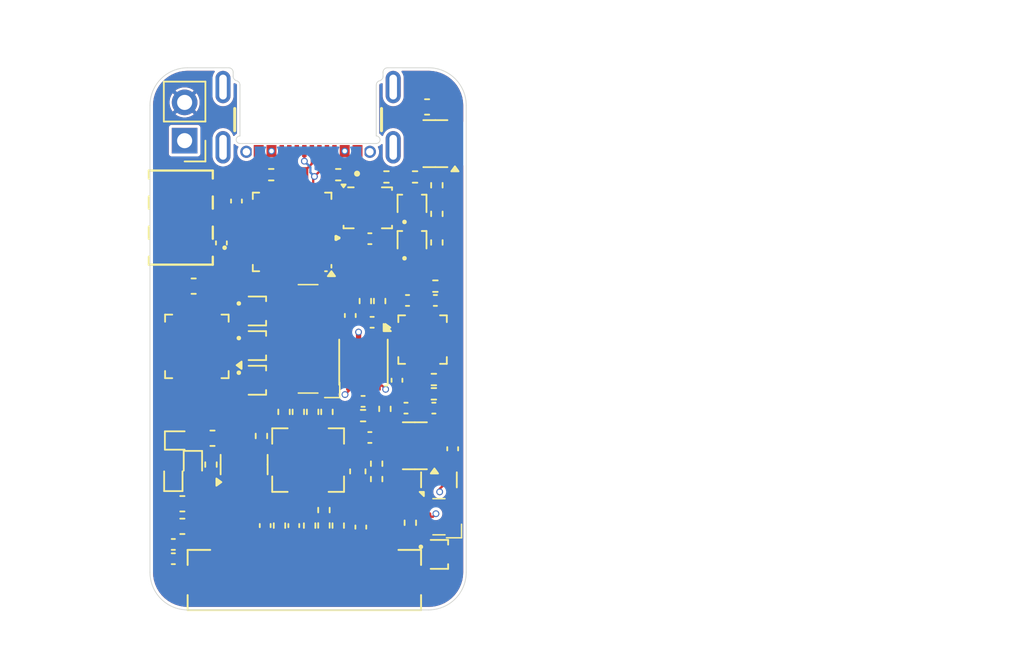
<source format=kicad_pcb>
(kicad_pcb (version 20241229) (generator "pcbnew") (generator_version "9.0")
  (layers (0 "F.Cu" signal) (4 "In1.Cu" signal) (6 "In2.Cu" signal) (8 "In3.Cu" signal) (10 "In4.Cu" signal) (2 "B.Cu" signal) (13 "F.Paste" user) (15 "B.Paste" user) (5 "F.SilkS" user "F.Silkscreen") (7 "B.SilkS" user "B.Silkscreen") (1 "F.Mask" user) (3 "B.Mask" user) (25 "Edge.Cuts" user))
  (net 0 "")
  (net 1 "GND")
  (net 2 "Net-(C1-Pad1)")
  (net 3 "Net-(D2-K)")
  (net 4 "Net-(D1-A)")
  (net 5 "/VGH")
  (net 6 "Net-(C9-Pad1)")
  (net 7 "Net-(C10-Pad2)")
  (net 8 "/VGL")
  (net 9 "Net-(C12-Pad2)")
  (net 10 "Net-(C13-Pad2)")
  (net 11 "Net-(C16-Pad1)")
  (net 12 "+BATT")
  (net 13 "VBUS")
  (net 15 "+2V7")
  (net 16 "Net-(U2-ANT)")
  (net 17 "Net-(U5-FEED)")
  (net 18 "Net-(C15-Pad2)")
  (net 19 "Net-(D4-PD1_C)")
  (net 20 "/BB_trans_out")
  (net 23 "/trans_bias")
  (net 24 "/IR_cut_trans_out")
  (net 25 "Net-(D4-PD2_C)")
  (net 26 "/GDR")
  (net 27 "/RESE")
  (net 28 "Net-(C20-Pad2)")
  (net 29 "+1V8")
  (net 30 "Net-(D4-IRLED_C)")
  (net 31 "Net-(D4-GLED1_C)")
  (net 32 "Net-(D4-GLED1_A)")
  (net 33 "Net-(D4-RLED_C)")
  (net 34 "Net-(D4-GLED2_A)")
  (net 35 "Net-(D4-RLED_A)")
  (net 36 "Net-(D4-IRLED_A)")
  (net 37 "/USB_D-")
  (net 41 "/USB_D+")
  (net 43 "Net-(J1-CC1)")
  (net 50 "Net-(J1-CC2)")
  (net 56 "Net-(Q1-D)")
  (net 57 "/bat_mon_en")
  (net 64 "Net-(Q3-S)")
  (net 67 "/GLED_en")
  (net 68 "/RLED_en")
  (net 70 "/IRLED_en")
  (net 79 "/enc_LED_en")
  (net 80 "Net-(Q7-D)")
  (net 81 "/bat_mon")
  (net 82 "Net-(U3-PROG)")
  (net 83 "Net-(U8-LED_A)")
  (net 84 "Net-(DIS1-PadVCI)")
  (net 85 "Net-(DIS1-PadVDDIO)")
  (net 86 "Net-(U10-*IRQ{slash}MDAT)")
  (net 87 "/CS2")
  (net 88 "/CTX")
  (net 89 "/IMU_int1")
  (net 90 "/PTX")
  (net 91 "/CLK")
  (net 92 "/IMU_int2")
  (net 93 "Net-(U2-XL1{slash}P0.00)")
  (net 95 "/charge_stat")
  (net 97 "/2V7_en")
  (net 98 "Net-(U7-A2)")
  (net 99 "Net-(U7-A1)")
  (net 100 "/enc_A")
  (net 101 "/enc_en")
  (net 102 "/enc_B")
  (net 121 "/CS4")
  (net 128 "/CS3")
  (net 132 "/BUSY")
  (net 134 "/RES")
  (net 135 "/D{slash}C")
  (net 137 "/CS1")
  (footprint "Capacitor_SMD:C_0402_1005Metric" (layer "F.Cu") (at 53.5 60.5 90)
    (property "Reference" "C16" (hide yes))
    (property "Value" "1u")
  )
  (footprint "Capacitor_SMD:C_0402_1005Metric" (layer "F.Cu") (at 58.35 52.6)
    (property "Reference" "C18" (hide yes))
    (property "Value" "C")
  )
  (footprint "Capacitor_SMD:C_0402_1005Metric" (layer "F.Cu") (at 41.05 62.6)
    (property "Reference" "C10" (hide yes))
    (property "Value" "1u")
  )
  (footprint "Capacitor_SMD:C_0603_1608Metric" (layer "F.Cu") (at 41.65 58.95 180)
    (property "Reference" "C3" (hide yes))
    (property "Value" "1u")
  )
  (footprint "Resistor_SMD:R_0402_1005Metric" (layer "F.Cu") (at 54.55 56.29 -90)
    (property "Reference" "R29" (hide yes))
    (property "Value" "0")
  )
  (footprint "Resistor_SMD:R_0402_1005Metric" (layer "F.Cu") (at 50.3 52.85 90)
    (property "Reference" "R10" (hide yes))
    (property "Value" "R")
  )
  (footprint "Resistor_SMD:R_0402_1005Metric" (layer "F.Cu") (at 58.35 51.65)
    (property "Reference" "R17" (hide yes))
    (property "Value" "R")
  )
  (footprint "Resistor_SMD:R_0402_1005Metric" (layer "F.Cu") (at 48.1 60.4 -90)
    (property "Reference" "R21" (hide yes))
    (property "Value" "0")
  )
  (footprint "Capacitor_SMD:C_0402_1005Metric" (layer "F.Cu") (at 55.9 50.75 90)
    (property "Reference" "C21" (hide yes))
    (property "Value" "C")
  )
  (footprint "Package_TO_SOT_SMD:SOT-416" (layer "F.Cu") (at 46.7 50.75)
    (property "Reference" "Q4" (hide yes))
    (property "Value" "RE1C002UN")
  )
  (footprint "Capacitor_SMD:C_0402_1005Metric" (layer "F.Cu") (at 53.65 52.15)
    (property "Reference" "C15" (hide yes))
    (property "Value" "C")
  )
  (footprint "Package_LGA:LGA-14_3x2.5mm_P0.5mm_LayoutBorder3x4y" (layer "F.Cu") (at 53.9625 39.3)
    (property "Reference" "U1" (hide yes))
    (property "Value" "LSM6DSM")
  )
  (footprint "Capacitor_SMD:C_0402_1005Metric" (layer "F.Cu") (at 52.8 46.45 -90)
    (property "Reference" "C19" (hide yes))
    (property "Value" "C")
  )
  (footprint "Resistor_SMD:R_0402_1005Metric" (layer "F.Cu") (at 47.55 37.1)
    (property "Reference" "R8" (hide yes))
    (property "Value" "5k1")
  )
  (footprint "Package_TO_SOT_SMD:SOT-23" (layer "F.Cu") (at 45.75 56.35 90)
    (property "Reference" "Q2" (hide yes))
    (property "Value" "SI2302CDS")
  )
  (footprint "Resistor_SMD:R_0402_1005Metric" (layer "F.Cu") (at 55.1 52.65 -90)
    (property "Reference" "R18" (hide yes))
    (property "Value" "R")
  )
  (footprint "Resistor_SMD:R_0402_1005Metric" (layer "F.Cu") (at 57.1 37.25 180)
    (property "Reference" "R5" (hide yes))
    (property "Value" "220k")
  )
  (footprint "Capacitor_SMD:C_0603_1608Metric" (layer "F.Cu") (at 41.65 60.45 180)
    (property "Reference" "C11" (hide yes))
    (property "Value" "1u")
  )
  (footprint "Resistor_SMD:R_0402_1005Metric" (layer "F.Cu") (at 54.75 45.49 90)
    (property "Reference" "R19" (hide yes))
    (property "Value" "R")
  )
  (footprint "Resistor_SMD:R_0402_1005Metric" (layer "F.Cu") (at 51.05 59.37 -90)
    (property "Reference" "R26" (hide yes))
    (property "Value" "0")
  )
  (footprint "Package_TO_SOT_SMD:SOT-416" (layer "F.Cu") (at 58.7875 62.3125)
    (property "Reference" "Q7" (hide yes))
    (property "Value" "RE1C002UN")
  )
  (footprint "Resistor_SMD:R_0402_1005Metric" (layer "F.Cu") (at 48.4 52.85 90)
    (property "Reference" "R11" (hide yes))
    (property "Value" "R")
  )
  (footprint "Resistor_SMD:R_0402_1005Metric" (layer "F.Cu") (at 52 37.1 180)
    (property "Reference" "R7" (hide yes))
    (property "Value" "5k1")
  )
  (footprint "Capacitor_SMD:C_0603_1608Metric" (layer "F.Cu") (at 57.9 32.6)
    (property "Reference" "C5" (hide yes))
    (property "Value" "4u7")
  )
  (footprint "Library:GDEH0154D67" (layer "F.Cu") (at 42 66.015)
    (property "Reference" "DIS1" (hide yes))
    (property "Value" "GDEH0154D67")
  )
  (footprint "Capacitor_SMD:C_0402_1005Metric" (layer "F.Cu") (at 41.05 61.65 180)
    (property "Reference" "C9" (hide yes))
    (property "Value" "1u")
  )
  (footprint "Library:NJL5821R" (layer "F.Cu") (at 58.6875 59.8125 180)
    (property "Reference" "U8" (hide yes))
    (property "Value" "NJL5821R")
  )
  (footprint "Resistor_SMD:R_0402_1005Metric" (layer "F.Cu") (at 51.25 52.85 90)
    (property "Reference" "R13" (hide yes))
    (property "Value" "R")
  )
  (footprint "Package_TO_SOT_SMD:SOT-23-5" (layer "F.Cu") (at 57.0875 55.1 180)
    (property "Reference" "U6" (hide yes))
    (property "Value" "TPS78227DDC")
  )
  (footprint "Capacitor_SMD:C_0402_1005Metric" (layer "F.Cu") (at 58.45 45.45)
    (property "Reference" "C25" (hide yes))
    (property "Value" "1u")
  )
  (footprint "Package_DFN_QFN:QFN-40-1EP_5x5mm_P0.4mm_EP3.6x3.6mm" (layer "F.Cu") (at 48.9375 40.9 180)
    (property "Reference" "U2" (hide yes))
    (property "Value" "nRF52833_QDxx")
  )
  (footprint "Resistor_SMD:R_0402_1005Metric" (layer "F.Cu") (at 53.8 45.49 90)
    (property "Reference" "R20" (hide yes))
    (property "Value" "R")
  )
  (footprint "Inductor_SMD:L_Bourns-SRN4018" (layer "F.Cu") (at 50 56.05 180)
    (property "Reference" "L1" (hide yes))
    (property "Value" "47u")
  )
  (footprint "Library:GCT_USB4720-03-A_REVA" (layer "F.Cu") (at 50 30 180)
    (property "Reference" "J1" (hide yes))
    (property "Value" "USB_C_Receptacle_USB2.0_16P")
    (fp_line (start 4.975 -0.3) (end 4.975 -0.569) (stroke (width 0.05)) (layer "Edge.Cuts"))
    (fp_line (start 4.525 -1.15) (end 4.525 -4.53) (stroke (width 0.05)) (layer "Edge.Cuts"))
    (fp_line (start 4.525 -5.03) (end -4.525 -5.03) (stroke (width 0.05)) (layer "Edge.Cuts"))
    (fp_line (start -4.525 -4.53) (end -4.525 -1.15) (stroke (width 0.05)) (layer "Edge.Cuts"))
    (fp_line (start -4.975 -0.569) (end -4.975 -0.3) (stroke (width 0.05)) (layer "Edge.Cuts"))
    (fp_arc (start 5.275 0) (mid 5.062868 -0.087868) (end 4.975 -0.3) (stroke (width 0.05)) (layer "Edge.Cuts"))
    (fp_arc (start 4.75 -0.86) (mid 4.912261 -0.752975) (end 4.974999 -0.569) (stroke (width 0.05)) (layer "Edge.Cuts"))
    (fp_arc (start 4.75 -0.86) (mid 4.58791 -0.966525) (end 4.525 -1.15) (stroke (width 0.05)) (layer "Edge.Cuts"))
    (fp_arc (start 4.525 -5.03) (mid 4.775 -4.78) (end 4.525 -4.53) (stroke (width 0.05)) (layer "Edge.Cuts"))
    (fp_arc (start -4.525 -1.15) (mid -4.587911 -0.966526) (end -4.75 -0.86) (stroke (width 0.05)) (layer "Edge.Cuts"))
    (fp_arc (start -4.525 -4.53) (mid -4.775 -4.78) (end -4.525 -5.03) (stroke (width 0.05)) (layer "Edge.Cuts"))
    (fp_arc (start -4.975 -0.3) (mid -5.062868 -0.087868) (end -5.275 0) (stroke (width 0.05)) (layer "Edge.Cuts"))
    (fp_arc (start -4.975 -0.569) (mid -4.912261 -0.752976) (end -4.749999 -0.86) (stroke (width 0.05)) (layer "Edge.Cuts"))
  )
  (footprint "Resistor_SMD:R_0402_1005Metric" (layer "F.Cu") (at 49.35 52.85 90)
    (property "Reference" "R12" (hide yes))
    (property "Value" "R")
  )
  (footprint "Resistor_SMD:R_0402_1005Metric" (layer "F.Cu") (at 51.05 60.39 90)
    (property "Reference" "R27" (hide yes))
    (property "Value" "0")
  )
  (footprint "Resistor_SMD:R_0402_1005Metric" (layer "F.Cu") (at 58.45 44.5 180)
    (property "Reference" "R30" (hide yes))
    (property "Value" "10k")
  )
  (footprint "Package_TO_SOT_SMD:SOT-416" (layer "F.Cu") (at 56.9 41.35 90)
    (property "Reference" "Q1" (hide yes))
    (property "Value" "RE1C002UN")
  )
  (footprint "Capacitor_SMD:C_0402_1005Metric" (layer "F.Cu") (at 59.6 55.3 90)
    (property "Reference" "C6" (hide yes))
    (property "Value" "1u")
  )
  (footprint "Capacitor_SMD:C_0603_1608Metric" (layer "F.Cu") (at 42.4 44.5 180)
    (property "Reference" "C4" (hide yes))
    (property "Value" "4u7")
  )
  (footprint "Resistor_SMD:R_0402_1005Metric" (layer "F.Cu") (at 58.35 50.7 180)
    (property "Reference" "R16" (hide yes))
    (property "Value" "R")
  )
  (footprint "Resistor_SMD:R_0402_1005Metric" (layer "F.Cu") (at 53.65 53.1)
    (property "Reference" "R15" (hide yes))
    (property "Value" "R")
  )
  (footprint "Capacitor_SMD:C_0402_1005Metric" (layer "F.Cu") (at 54.25 46.9)
    (property "Reference" "C20" (hide yes))
    (property "Value" "C")
  )
  (footprint "Capacitor_SMD:C_0402_1005Metric" (layer "F.Cu") (at 47.15 60.4 -90)
    (property "Reference" "C12" (hide yes))
    (property "Value" "1u")
  )
  (footprint "Resistor_SMD:R_0402_1005Metric" (layer "F.Cu") (at 55.2 37.25)
    (property "Reference" "R9" (hide yes))
    (property "Value" "2k2")
  )
  (footprint "Resistor_SMD:R_0402_1005Metric" (layer "F.Cu") (at 58.55 39.7 -90)
    (property "Reference" "R1" (hide yes))
    (property "Value" "1M")
  )
  (footprint "Diode_SMD:D_SOD-882" (layer "F.Cu") (at 42.35 56.25 -90)
    (property "Reference" "D2" (hide yes))
    (property "Value" "CTS05S30")
  )
  (footprint "Package_TO_SOT_SMD:SOT-416" (layer "F.Cu") (at 56.9 38.9375 90)
    (property "Reference" "Q3" (hide yes))
    (property "Value" "RE1C002ZP")
  )
  (footprint "Diode_SMD:D_SOD-882" (layer "F.Cu") (at 41.3 54.75)
    (property "Reference" "D3" (hide yes))
    (property "Value" "CTS05S30")
  )
  (footprint "Package_TO_SOT_SMD:SOT-416" (layer "F.Cu") (at 46.7 48.45)
    (property "Reference" "Q6" (hide yes))
    (property "Value" "RE1C002UN")
  )
  (footprint "Connector_PinHeader_2.54mm:PinHeader_1x02_P2.54mm_Vertical" (layer "F.Cu") (at 41.8 34.84 180)
    (property "Reference" "BT1" (hide yes))
    (property "Value" "Battery")
  )
  (footprint "Resistor_SMD:R_0402_1005Metric" (layer "F.Cu") (at 58.55 37.8 90)
    (property "Reference" "R2" (hide yes))
    (property "Value" "1M5")
  )
  (footprint "Resistor_SMD:R_0402_1005Metric" (layer "F.Cu") (at 46.9 54.45 90)
    (property "Reference" "R3" (hide yes))
    (property "Value" "2R2")
  )
  (footprint "Resistor_SMD:R_0402_1005Metric" (layer "F.Cu") (at 50.1 60.4 -90)
    (property "Reference" "R24" (hide yes))
    (property "Value" "0")
  )
  (footprint "Resistor_SMD:R_0402_1005Metric" (layer "F.Cu") (at 43.55 56.35 90)
    (property "Reference" "R4" (hide yes))
    (property "Value" "1M")
  )
  (footprint "Resistor_SMD:R_0402_1005Metric" (layer "F.Cu") (at 58.55 41.6 -90)
    (property "Reference" "R6" (hide yes))
    (property "Value" "1M")
  )
  (footprint "Capacitor_SMD:C_0402_1005Metric" (layer "F.Cu") (at 49.05 60.4 -90)
    (property "Reference" "C13" (hide yes))
    (property "Value" "1u")
  )
  (footprint "Library:SiT1552" (layer "F.Cu") (at 52.65 41.8 -90)
    (property "Reference" "Y1" (hide yes))
    (property "Value" "SiT1552")
  )
  (footprint "Package_TO_SOT_SMD:SOT-416" (layer "F.Cu") (at 46.7 46.15)
    (property "Reference" "Q5" (hide yes))
    (property "Value" "RE1C002UN")
  )
  (footprint "Resistor_SMD:R_0402_1005Metric" (layer "F.Cu") (at 56.7875 60.2125 -90)
    (property "Reference" "R14" (hide yes))
    (property "Value" "R")
  )
  (footprint "Capacitor_SMD:C_0402_1005Metric" (layer "F.Cu") (at 54.1 54.55 180)
    (property "Reference" "C7" (hide yes))
    (property "Value" "1u")
  )
  (footprint "Diode_SMD:D_SOD-882" (layer "F.Cu") (at 41.05 57.3 90)
    (property "Reference" "D1" (hide yes))
    (property "Value" "CTS05S30")
  )
  (footprint "Inductor_SMD:L_0402_1005Metric" (layer "F.Cu") (at 44.7419 40.251905)
    (property "Reference" "L2" (hide yes))
    (property "Value" "L")
  )
  (footprint "Resistor_SMD:R_0402_1005Metric" (layer "F.Cu") (at 52 60.4 -90)
    (property "Reference" "R25" (hide yes))
    (property "Value" "0")
  )
  (footprint "Resistor_SMD:R_0402_1005Metric" (layer "F.Cu") (at 54.55 57.31 90)
    (property "Reference" "R28" (hide yes))
    (property "Value" "0")
  )
  (footprint "Package_DFN_QFN:HVQFN-24-1EP_4x4mm_P0.5mm_EP2.6x2.6mm_ThermalVias" (layer "F.Cu") (at 42.6125 48.5 180)
    (property "Reference" "U11" (hide yes))
    (property "Value" "MCP23S18x-x-MJ")
  )
  (footprint "Capacitor_SMD:C_0402_1005Metric" (layer "F.Cu") (at 56.6 45.45)
    (property "Reference" "C22" (hide yes))
    (property "Value" "1u")
  )
  (footprint "Capacitor_SMD:C_0402_1005Metric" (layer "F.Cu") (at 54.1 41.35)
    (property "Reference" "C26" (hide yes))
    (property "Value" "1u")
  )
  (footprint "Capacitor_SMD:C_0603_1608Metric" (layer "F.Cu") (at 43.65 54.6 180)
    (property "Reference" "C2" (hide yes))
    (property "Value" "4u7")
  )
  (footprint "Package_DFN_QFN:QFN-20-1EP_3x3mm_P0.4mm_EP1.65x1.65mm" (layer "F.Cu") (at 57.6 48.05)
    (property "Reference" "U10" (hide yes))
    (property "Value" "MCP3561R")
  )
  (footprint "Capacitor_SMD:C_0603_1608Metric" (layer "F.Cu") (at 53.3 56.8 90)
    (property "Reference" "C1" (hide yes))
    (property "Value" "4u7")
  )
  (footprint "Capacitor_SMD:C_0402_1005Metric" (layer "F.Cu") (at 44.2419 41.631905 -90)
    (property "Reference" "C14" (hide yes))
    (property "Value" "C")
  )
  (footprint "Capacitor_SMD:C_0402_1005Metric" (layer "F.Cu") (at 56.5 52.6)
    (property "Reference" "C17" (hide yes))
    (property "Value" "C")
  )
  (footprint "Library:X1SON-8_1.05x2mm_P0.5mm" (layer "F.Cu") (at 58.6875 57.3625 90)
    (property "Reference" "U7" (hide yes))
    (property "Value" "TXU0102")
  )
  (footprint "Package_TO_SOT_SMD:SOT-23-5" (layer "F.Cu") (at 58.45 35.0375 180)
    (property "Reference" "U3" (hide yes))
    (property "Value" "MCP73832-2-OT")
  )
  (footprint "Library:SR4W035_4X6_ANT" (layer "F.Cu") (at 41.55 39.95 180)
    (property "Reference" "U5" (hide yes))
    (property "Value" "SR4W035")
  )
  (footprint "Capacitor_SMD:C_0402_1005Metric" (layer "F.Cu") (at 45.2419 38.851905 90)
    (property "Reference" "C8" (hide yes))
    (property "Value" "C")
  )
  (footprint "Package_DFN_QFN:DFN-8-1EP_3x3mm_P0.65mm_EP1.55x2.4mm" (layer "F.Cu") (at 53.675 49.55 -90)
    (property "Reference" "U4" (hide yes))
    (property "Value" "OPA2381")
  )
  (footprint "Library:SFH7072" (layer "F.Cu") (at 50 48 90)
    (property "Reference" "D4" (hide yes))
    (property "Value" "SFH7072")
  )
  (gr_line (start 60.5 32.5) (end 60.5 63.5) (stroke (width 0.05)) (layer "Edge.Cuts"))
  (gr_line (start 44.72 30) (end 42 30) (stroke (width 0.05)) (layer "Edge.Cuts"))
  (gr_line (start 42 66) (end 58 66) (stroke (width 0.05)) (layer "Edge.Cuts"))
  (gr_line (start 39.5 32.5) (end 39.5 63.5) (stroke (width 0.05)) (layer "Edge.Cuts"))
  (gr_arc (start 58 30) (mid 59.767767 30.732233) (end 60.5 32.5) (stroke (width 0.05)) (layer "Edge.Cuts"))
  (gr_arc (start 39.5 32.5) (mid 40.232233 30.732233) (end 42 30) (stroke (width 0.05)) (layer "Edge.Cuts"))
  (gr_line (start 55.275 30) (end 58 30) (stroke (width 0.05)) (layer "Edge.Cuts"))
  (gr_arc (start 42 66) (mid 40.232233 65.267767) (end 39.5 63.5) (stroke (width 0.05)) (layer "Edge.Cuts"))
  (gr_arc (start 60.5 63.5) (mid 59.767767 65.267767) (end 58 66) (stroke (width 0.05)) (layer "Edge.Cuts"))
  (segment (start 41.945 62.065) (end 41.53 61.65) (width 0.15) (layer "F.Cu") (net 6))
  (segment (start 44 62.065) (end 41.945 62.065) (width 0.15) (layer "F.Cu") (net 6))
  (segment (start 45 62.065) (end 45 62.507) (width 0.15) (layer "F.Cu") (net 7))
  (segment (start 45 62.507) (end 44.816 62.691) (width 0.15) (layer "F.Cu") (net 7))
  (segment (start 41.621 62.691) (end 41.53 62.6) (width 0.15) (layer "F.Cu") (net 7))
  (segment (start 44.816 62.691) (end 41.621 62.691) (width 0.15) (layer "F.Cu") (net 7))
  (segment (start 49.02 60.91) (end 49.05 60.88) (width 0.15) (layer "F.Cu") (net 10))
  (segment (start 48.1 60.91) (end 49.02 60.91) (width 0.15) (layer "F.Cu") (net 10))
  (via (at 47.57 35.53) (size 0.45) (drill 0.3) (layers "F.Cu" "B.Cu") (net 13))
  (via (at 52.43 35.53) (size 0.45) (drill 0.3) (layers "F.Cu" "B.Cu") (net 13))
  (segment (start 54.65 51.1) (end 54.9 51.1) (width 0.15) (layer "F.Cu") (net 15))
  (segment (start 54.9 51.1) (end 55.15 51.35) (width 0.15) (layer "F.Cu") (net 15))
  (segment (start 58.7375 58.1625) (end 58.7375 57.9625) (width 0.15) (layer "F.Cu") (net 15))
  (segment (start 58.7375 57.9625) (end 58.9375 57.7625) (width 0.15) (layer "F.Cu") (net 15))
  (segment (start 57.2 45.57) (end 57.08 45.45) (width 0.15) (layer "F.Cu") (net 15))
  (segment (start 58.9375 57.7625) (end 58.9375 57.6625) (width 0.15) (layer "F.Cu") (net 15))
  (segment (start 58.2875 59.8125) (end 58.4875 59.6125) (width 0.15) (layer "F.Cu") (net 15))
  (segment (start 57.2 46.6) (end 57.2 45.57) (width 0.15) (layer "F.Cu") (net 15))
  (segment (start 57.7875 59.8125) (end 58.2875 59.8125) (width 0.15) (layer "F.Cu") (net 15))
  (via (at 55.15 51.35) (size 0.45) (drill 0.3) (layers "F.Cu" "B.Cu") (net 15))
  (via (at 58.4875 59.6125) (size 0.45) (drill 0.3) (layers "F.Cu" "B.Cu") (net 15))
  (via (at 58.7375 58.1625) (size 0.45) (drill 0.3) (layers "F.Cu" "B.Cu") (net 15))
  (segment (start 45.2269 39.346905) (end 45.2419 39.331905) (width 0.1735) (layer "F.Cu") (net 16))
  (segment (start 45.274995 40.3) (end 45.2269 40.251905) (width 0.1735) (layer "F.Cu") (net 16))
  (segment (start 45.2269 40.251905) (end 45.2269 39.346905) (width 0.1735) (layer "F.Cu") (net 16))
  (segment (start 46.5 40.3) (end 45.274995 40.3) (width 0.1735) (layer "F.Cu") (net 16))
  (segment (start 44.2419 41.151905) (end 44.2419 40.266905) (width 0.1735) (layer "F.Cu") (net 17))
  (segment (start 42.8581 40.251904) (end 44.2569 40.251905) (width 0.1735) (layer "F.Cu") (net 17))
  (segment (start 44.2419 40.266905) (end 44.2569 40.251905) (width 0.1735) (layer "F.Cu") (net 17))
  (segment (start 55.09 52.15) (end 55.1 52.14) (width 0.15) (layer "F.Cu") (net 18))
  (segment (start 54 52.02) (end 54.13 52.15) (width 0.15) (layer "F.Cu") (net 18))
  (segment (start 54.13 52.15) (end 55.09 52.15) (width 0.15) (layer "F.Cu") (net 18))
  (segment (start 54 51.1) (end 54 52.02) (width 0.15) (layer "F.Cu") (net 18))
  (segment (start 53.05 50.55) (end 53.35 50.85) (width 0.15) (layer "F.Cu") (net 19))
  (segment (start 52 51) (end 52.45 50.55) (width 0.15) (layer "F.Cu") (net 19))
  (segment (start 52.45 50.55) (end 53.05 50.55) (width 0.15) (layer "F.Cu") (net 19))
  (segment (start 53.17 52.15) (end 53.17 53.07) (width 0.15) (layer "F.Cu") (net 19))
  (segment (start 53.35 50.85) (end 53.35 51.1) (width 0.15) (layer "F.Cu") (net 19))
  (segment (start 51.25 51) (end 52 51) (width 0.15) (layer "F.Cu") (net 19))
  (segment (start 53.35 51.97) (end 53.17 52.15) (width 0.15) (layer "F.Cu") (net 19))
  (segment (start 53.35 51.1) (end 53.35 51.97) (width 0.15) (layer "F.Cu") (net 19))
  (segment (start 53.17 53.07) (end 53.14 53.1) (width 0.15) (layer "F.Cu") (net 19))
  (segment (start 55.549 48.994998) (end 55.549 48.651) (width 0.15) (layer "F.Cu") (net 20))
  (segment (start 55.1 53.16) (end 54.22 53.16) (width 0.15) (layer "F.Cu") (net 20))
  (segment (start 55.75 48.45) (end 56.15 48.45) (width 0.15) (layer "F.Cu") (net 20))
  (segment (start 56.02 52.6) (end 56.02 52.78) (width 0.15) (layer "F.Cu") (net 20))
  (segment (start 55.549 48.651) (end 55.75 48.45) (width 0.15) (layer "F.Cu") (net 20))
  (segment (start 56.524 52.096) (end 56.524 49.969998) (width 0.15) (layer "F.Cu") (net 20))
  (segment (start 54.22 53.16) (end 54.16 53.1) (width 0.15) (layer "F.Cu") (net 20))
  (segment (start 55.11 53.15) (end 55.1 53.16) (width 0.15) (layer "F.Cu") (net 20))
  (segment (start 56.02 52.78) (end 55.65 53.15) (width 0.15) (layer "F.Cu") (net 20))
  (segment (start 56.524 49.969998) (end 55.549 48.994998) (width 0.15) (layer "F.Cu") (net 20))
  (segment (start 55.65 53.15) (end 55.11 53.15) (width 0.15) (layer "F.Cu") (net 20))
  (segment (start 56.02 52.6) (end 56.524 52.096) (width 0.15) (layer "F.Cu") (net 20))
  (segment (start 52.7 51.1) (end 52.7 51.45) (width 0.15) (layer "F.Cu") (net 23))
  (segment (start 57.84 52.57) (end 57.87 52.6) (width 0.15) (layer "F.Cu") (net 23))
  (segment (start 52.7 51.45) (end 52.45 51.7) (width 0.15) (layer "F.Cu") (net 23))
  (segment (start 53.35 48) (end 53.35 47.55) (width 0.15) (layer "F.Cu") (net 23))
  (segment (start 57.84 50.7) (end 57.84 52.57) (width 0.15) (layer "F.Cu") (net 23))
  (via (at 53.35 47.55) (size 0.45) (drill 0.3) (layers "F.Cu" "B.Cu") (net 23))
  (via (at 52.45 51.7) (size 0.45) (drill 0.3) (layers "F.Cu" "B.Cu") (net 23))
  (segment (start 56.15 48.05) (end 55.725 48.05) (width 0.15) (layer "F.Cu") (net 24))
  (segment (start 55.725 48.05) (end 55.35 47.675) (width 0.15) (layer "F.Cu") (net 24))
  (segment (start 52.8 45.97) (end 52.81 45.97) (width 0.15) (layer "F.Cu") (net 24))
  (segment (start 55.35 45.35) (end 54.98 44.98) (width 0.15) (layer "F.Cu") (net 24))
  (segment (start 53.8 44.98) (end 54.75 44.98) (width 0.15) (layer "F.Cu") (net 24))
  (segment (start 52.81 45.97) (end 53.8 44.98) (width 0.15) (layer "F.Cu") (net 24))
  (segment (start 54.98 44.98) (end 54.75 44.98) (width 0.15) (layer "F.Cu") (net 24))
  (segment (start 55.35 47.675) (end 55.35 45.35) (width 0.15) (layer "F.Cu") (net 24))
  (segment (start 54 47.13) (end 53.77 46.9) (width 0.15) (layer "F.Cu") (net 25))
  (segment (start 51.3 48.55) (end 51.25 48.6) (width 0.15) (layer "F.Cu") (net 25))
  (segment (start 54 48) (end 54 48.3) (width 0.15) (layer "F.Cu") (net 25))
  (segment (start 53.77 46.03) (end 53.8 46) (width 0.15) (layer "F.Cu") (net 25))
  (segment (start 53.77 46.9) (end 53.77 46.03) (width 0.15) (layer "F.Cu") (net 25))
  (segment (start 54 48.3) (end 53.75 48.55) (width 0.15) (layer "F.Cu") (net 25))
  (segment (start 53.75 48.55) (end 51.3 48.55) (width 0.15) (layer "F.Cu") (net 25))
  (segment (start 54 48) (end 54 47.13) (width 0.15) (layer "F.Cu") (net 25))
  (segment (start 54.65 48) (end 54.65 46.98) (width 0.15) (layer "F.Cu") (net 28))
  (segment (start 54.73 46.9) (end 54.73 46.02) (width 0.15) (layer "F.Cu") (net 28))
  (segment (start 54.65 46.98) (end 54.73 46.9) (width 0.15) (layer "F.Cu") (net 28))
  (segment (start 54.73 46.02) (end 54.75 46) (width 0.15) (layer "F.Cu") (net 28))
  (segment (start 51.96243 39.9) (end 52.46343 40.401) (width 0.15) (layer "F.Cu") (net 29))
  (segment (start 53.62 41.35) (end 53.62 41.535) (width 0.15) (layer "F.Cu") (net 29))
  (segment (start 57.6 45.82) (end 57.97 45.45) (width 0.15) (layer "F.Cu") (net 29))
  (segment (start 57.97 44.53) (end 57.94 44.5) (width 0.15) (layer "F.Cu") (net 29))
  (segment (start 53.274 40.401) (end 53.4625 40.2125) (width 0.15) (layer "F.Cu") (net 29))
  (segment (start 53.4625 40.2125) (end 53.4625 41.1925) (width 0.15) (layer "F.Cu") (net 29))
  (segment (start 53.62 41.535) (end 52.855 42.3) (width 0.15) (layer "F.Cu") (net 29))
  (segment (start 57.97 45.45) (end 57.97 44.53) (width 0.15) (layer "F.Cu") (net 29))
  (segment (start 52.46343 40.401) (end 53.274 40.401) (width 0.15) (layer "F.Cu") (net 29))
  (segment (start 53.4625 41.1925) (end 53.62 41.35) (width 0.15) (layer "F.Cu") (net 29))
  (segment (start 57.6 46.6) (end 57.6 45.82) (width 0.15) (layer "F.Cu") (net 29))
  (segment (start 51.375 39.9) (end 51.96243 39.9) (width 0.15) (layer "F.Cu") (net 29))
  (segment (start 47.35 48) (end 47.35 48.45) (width 0.15) (layer "F.Cu") (net 30))
  (segment (start 48.75 47.4) (end 47.95 47.4) (width 0.15) (layer "F.Cu") (net 30))
  (segment (start 47.95 47.4) (end 47.35 48) (width 0.15) (layer "F.Cu") (net 30))
  (segment (start 48.5 50.75) (end 48.75 51) (width 0.15) (layer "F.Cu") (net 31))
  (segment (start 47.35 50.75) (end 48.5 50.75) (width 0.15) (layer "F.Cu") (net 31))
  (segment (start 50.3 52.34) (end 50.15 52.19) (width 0.15) (layer "F.Cu") (net 32))
  (segment (start 50.15 47.3) (end 51.25 46.2) (width 0.15) (layer "F.Cu") (net 32))
  (segment (start 50.15 52.19) (end 50.15 47.3) (width 0.15) (layer "F.Cu") (net 32))
  (segment (start 48.7 46.15) (end 48.75 46.2) (width 0.15) (layer "F.Cu") (net 33))
  (segment (start 47.35 46.15) (end 48.7 46.15) (width 0.15) (layer "F.Cu") (net 33))
  (segment (start 49.55 50.6) (end 48.75 49.8) (width 0.15) (layer "F.Cu") (net 34))
  (segment (start 48.4 52.34) (end 48.56 52.34) (width 0.15) (layer "F.Cu") (net 34))
  (segment (start 49.55 51.35) (end 49.55 50.6) (width 0.15) (layer "F.Cu") (net 34))
  (segment (start 48.56 52.34) (end 49.55 51.35) (width 0.15) (layer "F.Cu") (net 34))
  (segment (start 49.85 51.84) (end 49.85 46.1) (width 0.15) (layer "F.Cu") (net 35))
  (segment (start 49.35 52.34) (end 49.85 51.84) (width 0.15) (layer "F.Cu") (net 35))
  (segment (start 49.85 46.1) (end 48.75 45) (width 0.15) (layer "F.Cu") (net 35))
  (segment (start 50.45 51.54) (end 50.45 48.2) (width 0.15) (layer "F.Cu") (net 36))
  (segment (start 51.25 52.34) (end 50.45 51.54) (width 0.15) (layer "F.Cu") (net 36))
  (segment (start 50.45 48.2) (end 51.25 47.4) (width 0.15) (layer "F.Cu") (net 36))
  (segment (start 50.41875 37.21875) (end 50.75 36.8875) (width 0.15) (layer "F.Cu") (net 37))
  (segment (start 50.3375 37.3) (end 50.3375 38.4625) (width 0.15) (layer "F.Cu") (net 37))
  (segment (start 50.75 36.8875) (end 50.75 35.53) (width 0.15) (layer "F.Cu") (net 37))
  (segment (start 50.41875 37.21875) (end 50.3375 37.3) (width 0.15) (layer "F.Cu") (net 37))
  (segment (start 49.75 35.53) (end 49.75 36.2) (width 0.15) (layer "F.Cu") (net 37))
  (via (at 49.75 36.2) (size 0.45) (drill 0.3) (layers "F.Cu" "B.Cu") (net 37))
  (via (at 50.41875 37.21875) (size 0.45) (drill 0.3) (layers "F.Cu" "B.Cu") (net 37))
  (segment (start 50.15 36.95) (end 50.15 36.6) (width 0.15) (layer "B.Cu") (net 37))
  (segment (start 50.41875 37.21875) (end 50.15 36.95) (width 0.15) (layer "B.Cu") (net 37))
  (segment (start 50.15 36.6) (end 49.75 36.2) (width 0.15) (layer "B.Cu") (net 37))
  (segment (start 49.25 36.45) (end 49.25 35.53) (width 0.15) (layer "F.Cu") (net 41))
  (segment (start 49.476 36.676) (end 49.25 36.45) (width 0.15) (layer "F.Cu") (net 41))
  (segment (start 49.947166 36.676) (end 49.9375 36.685666) (width 0.15) (layer "F.Cu") (net 41))
  (segment (start 50.25 36.373166) (end 49.947166 36.676) (width 0.15) (layer "F.Cu") (net 41))
  (segment (start 50.25 35.53) (end 50.25 36.373166) (width 0.15) (layer "F.Cu") (net 41))
  (segment (start 49.947166 36.676) (end 49.476 36.676) (width 0.15) (layer "F.Cu") (net 41))
  (segment (start 49.9375 36.685666) (end 49.9375 38.4625) (width 0.15) (layer "F.Cu") (net 41))
  (segment (start 51.25 36.86) (end 51.49 37.1) (width 0.15) (layer "F.Cu") (net 43))
  (segment (start 51.25 35.53) (end 51.25 36.86) (width 0.15) (layer "F.Cu") (net 43))
  (segment (start 48.06 37.1) (end 48.25 36.91) (width 0.15) (layer "F.Cu") (net 50))
  (segment (start 48.25 36.91) (end 48.25 35.53) (width 0.15) (layer "F.Cu") (net 50))
  (segment (start 59.4375 60.8825) (end 59.5875 60.7325) (width 0.15) (layer "F.Cu") (net 80))
  (segment (start 56.7975 60.7325) (end 56.7875 60.7225) (width 0.15) (layer "F.Cu") (net 83))
  (segment (start 57.7875 60.7325) (end 56.7975 60.7325) (width 0.15) (layer "F.Cu") (net 83))
  (segment (start 50.11 59.88) (end 50.1 59.89) (width 0.15) (layer "F.Cu") (net 84))
  (segment (start 51.05 59.88) (end 50.11 59.88) (width 0.15) (layer "F.Cu") (net 84))
  (segment (start 52.445 42.3) (end 51.375 42.3) (width 0.15) (layer "F.Cu") (net 93))
  (segment (start 58.7075 58.8925) (end 57.7875 58.8925) (width 0.15) (layer "F.Cu") (net 98))
  (segment (start 59.4375 57.6625) (end 59.4375 58.1625) (width 0.15) (layer "F.Cu") (net 98))
  (segment (start 59.4375 58.1625) (end 58.7075 58.8925) (width 0.15) (layer "F.Cu") (net 98))
  (segment (start 59.7135 57.3385) (end 59.7135 58.7665) (width 0.15) (layer "F.Cu") (net 99))
  (segment (start 59.4375 57.0625) (end 59.7135 57.3385) (width 0.15) (layer "F.Cu") (net 99))
  (segment (start 59.7135 58.7665) (end 59.5875 58.8925) (width 0.15) (layer "F.Cu") (net 99))
  (zone (net 1) (net_name "GND") (layers "F.Cu" "B.Cu" "In1.Cu" "In2.Cu" "In3.Cu" "In4.Cu") (connect_pads (clearance 0.2)) (min_thickness 0.1) (fill yes (thermal_gap 0.15) (thermal_bridge_width 0.25))
    (polygon (pts (xy 66.5 25.5) (xy 66.5 69) (xy 33.5 69) (xy 33 25.5)))
  )
)
</source>
